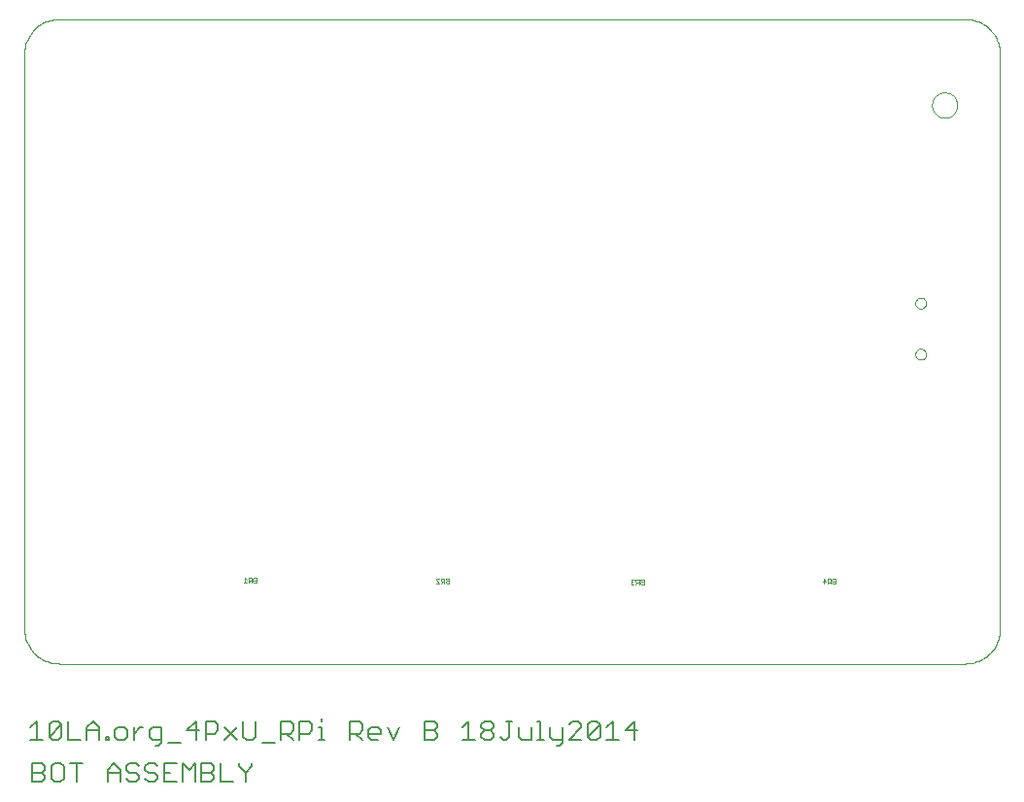
<source format=gbr>
G75*
G70*
%OFA0B0*%
%FSLAX24Y24*%
%IPPOS*%
%LPD*%
%AMOC8*
5,1,8,0,0,1.08239X$1,22.5*
%
%ADD10C,0.0000*%
%ADD11C,0.0060*%
%ADD12C,0.0010*%
D10*
X179601Y113654D02*
X179601Y133417D01*
X179603Y133483D01*
X179608Y133549D01*
X179618Y133615D01*
X179631Y133680D01*
X179647Y133744D01*
X179667Y133807D01*
X179691Y133869D01*
X179718Y133929D01*
X179748Y133988D01*
X179782Y134045D01*
X179819Y134100D01*
X179859Y134153D01*
X179901Y134204D01*
X179947Y134252D01*
X179995Y134298D01*
X180046Y134340D01*
X180099Y134380D01*
X180154Y134417D01*
X180211Y134451D01*
X180270Y134481D01*
X180330Y134508D01*
X180392Y134532D01*
X180455Y134552D01*
X180519Y134568D01*
X180584Y134581D01*
X180650Y134591D01*
X180716Y134596D01*
X180782Y134598D01*
X180779Y134598D02*
X211885Y134598D01*
X211951Y134596D01*
X212017Y134591D01*
X212083Y134581D01*
X212148Y134568D01*
X212212Y134552D01*
X212275Y134532D01*
X212337Y134508D01*
X212397Y134481D01*
X212456Y134451D01*
X212513Y134417D01*
X212568Y134380D01*
X212621Y134340D01*
X212672Y134298D01*
X212720Y134252D01*
X212766Y134204D01*
X212808Y134153D01*
X212848Y134100D01*
X212885Y134045D01*
X212919Y133988D01*
X212949Y133929D01*
X212976Y133869D01*
X213000Y133807D01*
X213020Y133744D01*
X213036Y133680D01*
X213049Y133615D01*
X213059Y133549D01*
X213064Y133483D01*
X213066Y133417D01*
X213066Y113654D01*
X213064Y113588D01*
X213059Y113522D01*
X213049Y113456D01*
X213036Y113391D01*
X213020Y113327D01*
X213000Y113264D01*
X212976Y113202D01*
X212949Y113142D01*
X212919Y113083D01*
X212885Y113026D01*
X212848Y112971D01*
X212808Y112918D01*
X212766Y112867D01*
X212720Y112819D01*
X212672Y112773D01*
X212621Y112731D01*
X212568Y112691D01*
X212513Y112654D01*
X212456Y112620D01*
X212397Y112590D01*
X212337Y112563D01*
X212275Y112539D01*
X212212Y112519D01*
X212148Y112503D01*
X212083Y112490D01*
X212017Y112480D01*
X211951Y112475D01*
X211885Y112473D01*
X211885Y112472D02*
X180782Y112472D01*
X180782Y112473D02*
X180716Y112475D01*
X180650Y112480D01*
X180584Y112490D01*
X180519Y112503D01*
X180455Y112519D01*
X180392Y112539D01*
X180330Y112563D01*
X180270Y112590D01*
X180211Y112620D01*
X180154Y112654D01*
X180099Y112691D01*
X180046Y112731D01*
X179995Y112773D01*
X179947Y112819D01*
X179901Y112867D01*
X179859Y112918D01*
X179819Y112971D01*
X179782Y113026D01*
X179748Y113083D01*
X179718Y113142D01*
X179691Y113202D01*
X179667Y113264D01*
X179647Y113327D01*
X179631Y113391D01*
X179618Y113456D01*
X179608Y113522D01*
X179603Y113588D01*
X179601Y113654D01*
X210170Y123094D02*
X210172Y123121D01*
X210178Y123147D01*
X210187Y123172D01*
X210200Y123195D01*
X210216Y123216D01*
X210235Y123235D01*
X210256Y123251D01*
X210279Y123264D01*
X210304Y123273D01*
X210330Y123279D01*
X210357Y123281D01*
X210384Y123279D01*
X210410Y123273D01*
X210435Y123264D01*
X210458Y123251D01*
X210479Y123235D01*
X210498Y123216D01*
X210514Y123195D01*
X210527Y123172D01*
X210536Y123147D01*
X210542Y123121D01*
X210544Y123094D01*
X210542Y123067D01*
X210536Y123041D01*
X210527Y123016D01*
X210514Y122993D01*
X210498Y122972D01*
X210479Y122953D01*
X210458Y122937D01*
X210435Y122924D01*
X210410Y122915D01*
X210384Y122909D01*
X210357Y122907D01*
X210330Y122909D01*
X210304Y122915D01*
X210279Y122924D01*
X210256Y122937D01*
X210235Y122953D01*
X210216Y122972D01*
X210200Y122993D01*
X210187Y123016D01*
X210178Y123041D01*
X210172Y123067D01*
X210170Y123094D01*
X210170Y124850D02*
X210172Y124877D01*
X210178Y124903D01*
X210187Y124928D01*
X210200Y124951D01*
X210216Y124972D01*
X210235Y124991D01*
X210256Y125007D01*
X210279Y125020D01*
X210304Y125029D01*
X210330Y125035D01*
X210357Y125037D01*
X210384Y125035D01*
X210410Y125029D01*
X210435Y125020D01*
X210458Y125007D01*
X210479Y124991D01*
X210498Y124972D01*
X210514Y124951D01*
X210527Y124928D01*
X210536Y124903D01*
X210542Y124877D01*
X210544Y124850D01*
X210542Y124823D01*
X210536Y124797D01*
X210527Y124772D01*
X210514Y124749D01*
X210498Y124728D01*
X210479Y124709D01*
X210458Y124693D01*
X210435Y124680D01*
X210410Y124671D01*
X210384Y124665D01*
X210357Y124663D01*
X210330Y124665D01*
X210304Y124671D01*
X210279Y124680D01*
X210256Y124693D01*
X210235Y124709D01*
X210216Y124728D01*
X210200Y124749D01*
X210187Y124772D01*
X210178Y124797D01*
X210172Y124823D01*
X210170Y124850D01*
X210743Y131646D02*
X210745Y131687D01*
X210751Y131728D01*
X210761Y131768D01*
X210774Y131807D01*
X210791Y131844D01*
X210812Y131880D01*
X210836Y131914D01*
X210863Y131945D01*
X210892Y131973D01*
X210925Y131999D01*
X210959Y132021D01*
X210996Y132040D01*
X211034Y132055D01*
X211074Y132067D01*
X211114Y132075D01*
X211155Y132079D01*
X211197Y132079D01*
X211238Y132075D01*
X211278Y132067D01*
X211318Y132055D01*
X211356Y132040D01*
X211392Y132021D01*
X211427Y131999D01*
X211460Y131973D01*
X211489Y131945D01*
X211516Y131914D01*
X211540Y131880D01*
X211561Y131844D01*
X211578Y131807D01*
X211591Y131768D01*
X211601Y131728D01*
X211607Y131687D01*
X211609Y131646D01*
X211607Y131605D01*
X211601Y131564D01*
X211591Y131524D01*
X211578Y131485D01*
X211561Y131448D01*
X211540Y131412D01*
X211516Y131378D01*
X211489Y131347D01*
X211460Y131319D01*
X211427Y131293D01*
X211393Y131271D01*
X211356Y131252D01*
X211318Y131237D01*
X211278Y131225D01*
X211238Y131217D01*
X211197Y131213D01*
X211155Y131213D01*
X211114Y131217D01*
X211074Y131225D01*
X211034Y131237D01*
X210996Y131252D01*
X210960Y131271D01*
X210925Y131293D01*
X210892Y131319D01*
X210863Y131347D01*
X210836Y131378D01*
X210812Y131412D01*
X210791Y131448D01*
X210774Y131485D01*
X210761Y131524D01*
X210751Y131564D01*
X210745Y131605D01*
X210743Y131646D01*
D11*
X180200Y108408D02*
X179879Y108408D01*
X179879Y109048D01*
X180200Y109048D01*
X180306Y108942D01*
X180306Y108835D01*
X180200Y108728D01*
X179879Y108728D01*
X180200Y108728D02*
X180306Y108621D01*
X180306Y108515D01*
X180200Y108408D01*
X180524Y108515D02*
X180631Y108408D01*
X180844Y108408D01*
X180951Y108515D01*
X180951Y108942D01*
X180844Y109048D01*
X180631Y109048D01*
X180524Y108942D01*
X180524Y108515D01*
X181169Y109048D02*
X181596Y109048D01*
X181382Y109048D02*
X181382Y108408D01*
X182458Y108408D02*
X182458Y108835D01*
X182671Y109048D01*
X182885Y108835D01*
X182885Y108408D01*
X183102Y108515D02*
X183209Y108408D01*
X183422Y108408D01*
X183529Y108515D01*
X183529Y108621D01*
X183422Y108728D01*
X183209Y108728D01*
X183102Y108835D01*
X183102Y108942D01*
X183209Y109048D01*
X183422Y109048D01*
X183529Y108942D01*
X183747Y108942D02*
X183747Y108835D01*
X183853Y108728D01*
X184067Y108728D01*
X184174Y108621D01*
X184174Y108515D01*
X184067Y108408D01*
X183853Y108408D01*
X183747Y108515D01*
X183747Y108942D02*
X183853Y109048D01*
X184067Y109048D01*
X184174Y108942D01*
X184391Y109048D02*
X184391Y108408D01*
X184818Y108408D01*
X185036Y108408D02*
X185036Y109048D01*
X185249Y108835D01*
X185463Y109048D01*
X185463Y108408D01*
X185680Y108408D02*
X186001Y108408D01*
X186107Y108515D01*
X186107Y108621D01*
X186001Y108728D01*
X185680Y108728D01*
X185680Y108408D02*
X185680Y109048D01*
X186001Y109048D01*
X186107Y108942D01*
X186107Y108835D01*
X186001Y108728D01*
X186325Y108408D02*
X186752Y108408D01*
X186325Y108408D02*
X186325Y109048D01*
X186969Y109048D02*
X186969Y108942D01*
X187183Y108728D01*
X187183Y108408D01*
X187183Y108728D02*
X187396Y108942D01*
X187396Y109048D01*
X187754Y109746D02*
X188181Y109746D01*
X188399Y109853D02*
X188399Y110493D01*
X188719Y110493D01*
X188826Y110387D01*
X188826Y110173D01*
X188719Y110066D01*
X188399Y110066D01*
X188612Y110066D02*
X188826Y109853D01*
X189043Y109853D02*
X189043Y110493D01*
X189363Y110493D01*
X189470Y110387D01*
X189470Y110173D01*
X189363Y110066D01*
X189043Y110066D01*
X189688Y109853D02*
X189901Y109853D01*
X189794Y109853D02*
X189794Y110280D01*
X189688Y110280D01*
X189794Y110493D02*
X189794Y110600D01*
X190762Y110493D02*
X191082Y110493D01*
X191189Y110387D01*
X191189Y110173D01*
X191082Y110066D01*
X190762Y110066D01*
X190762Y109853D02*
X190762Y110493D01*
X190975Y110066D02*
X191189Y109853D01*
X191407Y109960D02*
X191407Y110173D01*
X191513Y110280D01*
X191727Y110280D01*
X191834Y110173D01*
X191834Y110066D01*
X191407Y110066D01*
X191407Y109960D02*
X191513Y109853D01*
X191727Y109853D01*
X192051Y110280D02*
X192265Y109853D01*
X192478Y110280D01*
X193340Y110173D02*
X193660Y110173D01*
X193767Y110066D01*
X193767Y109960D01*
X193660Y109853D01*
X193340Y109853D01*
X193340Y110493D01*
X193660Y110493D01*
X193767Y110387D01*
X193767Y110280D01*
X193660Y110173D01*
X194629Y110280D02*
X194843Y110493D01*
X194843Y109853D01*
X195056Y109853D02*
X194629Y109853D01*
X195274Y109960D02*
X195274Y110066D01*
X195381Y110173D01*
X195594Y110173D01*
X195701Y110066D01*
X195701Y109960D01*
X195594Y109853D01*
X195381Y109853D01*
X195274Y109960D01*
X195381Y110173D02*
X195274Y110280D01*
X195274Y110387D01*
X195381Y110493D01*
X195594Y110493D01*
X195701Y110387D01*
X195701Y110280D01*
X195594Y110173D01*
X195918Y109960D02*
X196025Y109853D01*
X196132Y109853D01*
X196239Y109960D01*
X196239Y110493D01*
X196345Y110493D02*
X196132Y110493D01*
X196563Y110280D02*
X196563Y109960D01*
X196670Y109853D01*
X196990Y109853D01*
X196990Y110280D01*
X197207Y110493D02*
X197314Y110493D01*
X197314Y109853D01*
X197207Y109853D02*
X197421Y109853D01*
X197637Y109960D02*
X197744Y109853D01*
X198064Y109853D01*
X198064Y109746D02*
X197957Y109639D01*
X197851Y109639D01*
X198064Y109746D02*
X198064Y110280D01*
X198282Y110387D02*
X198388Y110493D01*
X198602Y110493D01*
X198709Y110387D01*
X198709Y110280D01*
X198282Y109853D01*
X198709Y109853D01*
X198926Y109960D02*
X199353Y110387D01*
X199353Y109960D01*
X199247Y109853D01*
X199033Y109853D01*
X198926Y109960D01*
X198926Y110387D01*
X199033Y110493D01*
X199247Y110493D01*
X199353Y110387D01*
X199571Y110280D02*
X199784Y110493D01*
X199784Y109853D01*
X199571Y109853D02*
X199998Y109853D01*
X200215Y110173D02*
X200536Y110493D01*
X200536Y109853D01*
X200642Y110173D02*
X200215Y110173D01*
X197637Y110280D02*
X197637Y109960D01*
X187537Y109960D02*
X187537Y110493D01*
X187110Y110493D02*
X187110Y109960D01*
X187216Y109853D01*
X187430Y109853D01*
X187537Y109960D01*
X186892Y109853D02*
X186465Y110280D01*
X186247Y110387D02*
X186247Y110173D01*
X186141Y110066D01*
X185820Y110066D01*
X185820Y109853D02*
X185820Y110493D01*
X186141Y110493D01*
X186247Y110387D01*
X186465Y109853D02*
X186892Y110280D01*
X185603Y110173D02*
X185176Y110173D01*
X185496Y110493D01*
X185496Y109853D01*
X184958Y109746D02*
X184531Y109746D01*
X184314Y109746D02*
X184314Y110280D01*
X183994Y110280D01*
X183887Y110173D01*
X183887Y109960D01*
X183994Y109853D01*
X184314Y109853D01*
X184314Y109746D02*
X184207Y109639D01*
X184100Y109639D01*
X184391Y109048D02*
X184818Y109048D01*
X184605Y108728D02*
X184391Y108728D01*
X182885Y108728D02*
X182458Y108728D01*
X182490Y109853D02*
X182383Y109853D01*
X182383Y109960D01*
X182490Y109960D01*
X182490Y109853D01*
X182705Y109960D02*
X182812Y109853D01*
X183025Y109853D01*
X183132Y109960D01*
X183132Y110173D01*
X183025Y110280D01*
X182812Y110280D01*
X182705Y110173D01*
X182705Y109960D01*
X182165Y109853D02*
X182165Y110280D01*
X181952Y110493D01*
X181738Y110280D01*
X181738Y109853D01*
X181521Y109853D02*
X181094Y109853D01*
X181094Y110493D01*
X180876Y110387D02*
X180449Y109960D01*
X180556Y109853D01*
X180769Y109853D01*
X180876Y109960D01*
X180876Y110387D01*
X180769Y110493D01*
X180556Y110493D01*
X180449Y110387D01*
X180449Y109960D01*
X180232Y109853D02*
X179805Y109853D01*
X180018Y109853D02*
X180018Y110493D01*
X179805Y110280D01*
X181738Y110173D02*
X182165Y110173D01*
X183350Y110066D02*
X183563Y110280D01*
X183670Y110280D01*
X183350Y110280D02*
X183350Y109853D01*
D12*
X187119Y115250D02*
X187231Y115250D01*
X187282Y115250D02*
X187338Y115306D01*
X187310Y115306D02*
X187394Y115306D01*
X187446Y115306D02*
X187446Y115278D01*
X187473Y115250D01*
X187557Y115250D01*
X187557Y115418D01*
X187473Y115418D01*
X187446Y115390D01*
X187446Y115362D01*
X187473Y115334D01*
X187557Y115334D01*
X187473Y115334D02*
X187446Y115306D01*
X187394Y115250D02*
X187394Y115418D01*
X187310Y115418D01*
X187282Y115390D01*
X187282Y115334D01*
X187310Y115306D01*
X187231Y115362D02*
X187175Y115418D01*
X187175Y115250D01*
X193730Y115234D02*
X193842Y115234D01*
X193730Y115345D01*
X193730Y115373D01*
X193758Y115401D01*
X193814Y115401D01*
X193842Y115373D01*
X193893Y115373D02*
X193893Y115317D01*
X193921Y115290D01*
X194005Y115290D01*
X194056Y115290D02*
X194056Y115262D01*
X194084Y115234D01*
X194168Y115234D01*
X194168Y115401D01*
X194084Y115401D01*
X194056Y115373D01*
X194056Y115345D01*
X194084Y115317D01*
X194168Y115317D01*
X194084Y115317D02*
X194056Y115290D01*
X194005Y115234D02*
X194005Y115401D01*
X193921Y115401D01*
X193893Y115373D01*
X193949Y115290D02*
X193893Y115234D01*
X200415Y115233D02*
X200443Y115205D01*
X200499Y115205D01*
X200527Y115233D01*
X200578Y115205D02*
X200634Y115261D01*
X200606Y115261D02*
X200690Y115261D01*
X200742Y115261D02*
X200742Y115233D01*
X200769Y115205D01*
X200853Y115205D01*
X200853Y115372D01*
X200769Y115372D01*
X200742Y115345D01*
X200742Y115317D01*
X200769Y115289D01*
X200853Y115289D01*
X200769Y115289D02*
X200742Y115261D01*
X200690Y115205D02*
X200690Y115372D01*
X200606Y115372D01*
X200578Y115345D01*
X200578Y115289D01*
X200606Y115261D01*
X200527Y115345D02*
X200499Y115372D01*
X200443Y115372D01*
X200415Y115345D01*
X200415Y115317D01*
X200443Y115289D01*
X200415Y115261D01*
X200415Y115233D01*
X200443Y115289D02*
X200471Y115289D01*
X206988Y115298D02*
X207099Y115298D01*
X207016Y115382D01*
X207016Y115214D01*
X207151Y115214D02*
X207207Y115270D01*
X207179Y115270D02*
X207263Y115270D01*
X207314Y115270D02*
X207314Y115242D01*
X207342Y115214D01*
X207426Y115214D01*
X207426Y115382D01*
X207342Y115382D01*
X207314Y115354D01*
X207314Y115326D01*
X207342Y115298D01*
X207426Y115298D01*
X207342Y115298D02*
X207314Y115270D01*
X207263Y115214D02*
X207263Y115382D01*
X207179Y115382D01*
X207151Y115354D01*
X207151Y115298D01*
X207179Y115270D01*
M02*

</source>
